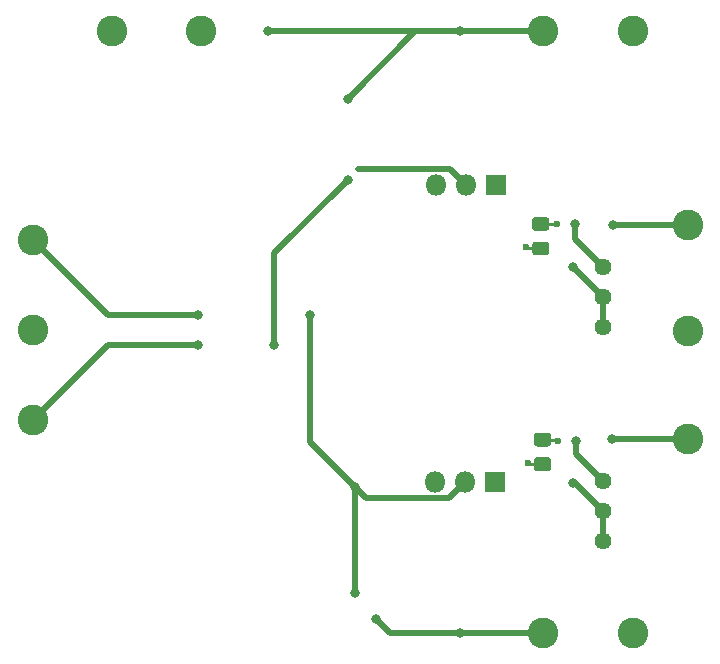
<source format=gbr>
G04 #@! TF.GenerationSoftware,KiCad,Pcbnew,(5.1.7-0-10_14)*
G04 #@! TF.CreationDate,2020-11-09T14:55:24+01:00*
G04 #@! TF.ProjectId,lv-lownoise-psu,6c762d6c-6f77-46e6-9f69-73652d707375,rev?*
G04 #@! TF.SameCoordinates,Original*
G04 #@! TF.FileFunction,Copper,L2,Bot*
G04 #@! TF.FilePolarity,Positive*
%FSLAX46Y46*%
G04 Gerber Fmt 4.6, Leading zero omitted, Abs format (unit mm)*
G04 Created by KiCad (PCBNEW (5.1.7-0-10_14)) date 2020-11-09 14:55:24*
%MOMM*%
%LPD*%
G01*
G04 APERTURE LIST*
G04 #@! TA.AperFunction,ComponentPad*
%ADD10C,2.600000*%
G04 #@! TD*
G04 #@! TA.AperFunction,ComponentPad*
%ADD11O,1.800000X1.800000*%
G04 #@! TD*
G04 #@! TA.AperFunction,ComponentPad*
%ADD12R,1.800000X1.800000*%
G04 #@! TD*
G04 #@! TA.AperFunction,ComponentPad*
%ADD13C,1.440000*%
G04 #@! TD*
G04 #@! TA.AperFunction,ViaPad*
%ADD14C,0.800000*%
G04 #@! TD*
G04 #@! TA.AperFunction,ViaPad*
%ADD15C,0.600000*%
G04 #@! TD*
G04 #@! TA.AperFunction,Conductor*
%ADD16C,0.500000*%
G04 #@! TD*
G04 #@! TA.AperFunction,Conductor*
%ADD17C,0.250000*%
G04 #@! TD*
G04 APERTURE END LIST*
D10*
X129540000Y-87884000D03*
X137160000Y-87884000D03*
X93091000Y-36957000D03*
X100584000Y-36957000D03*
X137160000Y-36957000D03*
X129540000Y-36957000D03*
D11*
X120459500Y-75120500D03*
X122999500Y-75120500D03*
D12*
X125539500Y-75120500D03*
D11*
X120523000Y-49974500D03*
X123063000Y-49974500D03*
D12*
X125603000Y-49974500D03*
D13*
X134670800Y-80137000D03*
X134670800Y-77597000D03*
X134670800Y-75057000D03*
X134620000Y-61976000D03*
X134620000Y-59436000D03*
X134620000Y-56896000D03*
D10*
X141859000Y-71501000D03*
X141859000Y-62357000D03*
X141859000Y-53340000D03*
X86360000Y-54610000D03*
X86360000Y-62230000D03*
X86360000Y-69850000D03*
G04 #@! TA.AperFunction,SMDPad,CuDef*
G36*
G01*
X130015000Y-72117800D02*
X129065000Y-72117800D01*
G75*
G02*
X128815000Y-71867800I0J250000D01*
G01*
X128815000Y-71192800D01*
G75*
G02*
X129065000Y-70942800I250000J0D01*
G01*
X130015000Y-70942800D01*
G75*
G02*
X130265000Y-71192800I0J-250000D01*
G01*
X130265000Y-71867800D01*
G75*
G02*
X130015000Y-72117800I-250000J0D01*
G01*
G37*
G04 #@! TD.AperFunction*
G04 #@! TA.AperFunction,SMDPad,CuDef*
G36*
G01*
X130015000Y-74192800D02*
X129065000Y-74192800D01*
G75*
G02*
X128815000Y-73942800I0J250000D01*
G01*
X128815000Y-73267800D01*
G75*
G02*
X129065000Y-73017800I250000J0D01*
G01*
X130015000Y-73017800D01*
G75*
G02*
X130265000Y-73267800I0J-250000D01*
G01*
X130265000Y-73942800D01*
G75*
G02*
X130015000Y-74192800I-250000J0D01*
G01*
G37*
G04 #@! TD.AperFunction*
G04 #@! TA.AperFunction,SMDPad,CuDef*
G36*
G01*
X128912600Y-54755200D02*
X129862600Y-54755200D01*
G75*
G02*
X130112600Y-55005200I0J-250000D01*
G01*
X130112600Y-55680200D01*
G75*
G02*
X129862600Y-55930200I-250000J0D01*
G01*
X128912600Y-55930200D01*
G75*
G02*
X128662600Y-55680200I0J250000D01*
G01*
X128662600Y-55005200D01*
G75*
G02*
X128912600Y-54755200I250000J0D01*
G01*
G37*
G04 #@! TD.AperFunction*
G04 #@! TA.AperFunction,SMDPad,CuDef*
G36*
G01*
X128912600Y-52680200D02*
X129862600Y-52680200D01*
G75*
G02*
X130112600Y-52930200I0J-250000D01*
G01*
X130112600Y-53605200D01*
G75*
G02*
X129862600Y-53855200I-250000J0D01*
G01*
X128912600Y-53855200D01*
G75*
G02*
X128662600Y-53605200I0J250000D01*
G01*
X128662600Y-52930200D01*
G75*
G02*
X128912600Y-52680200I250000J0D01*
G01*
G37*
G04 #@! TD.AperFunction*
D14*
X113030000Y-49530000D03*
X106807000Y-63500000D03*
X132296001Y-53302001D03*
X135509000Y-53340000D03*
D15*
X130791001Y-53302001D03*
D14*
X135382000Y-71501000D03*
X132334000Y-71628000D03*
D15*
X130890000Y-71628000D03*
D14*
X100330000Y-63500000D03*
X100330000Y-60960000D03*
X132130800Y-56896000D03*
X132130800Y-75209400D03*
D15*
X128171001Y-55202001D03*
X128270000Y-73528000D03*
D14*
X122555000Y-36957000D03*
X106283000Y-36957000D03*
X113031000Y-42696000D03*
X113665000Y-75565000D03*
X109855000Y-60960000D03*
X113665000Y-84493500D03*
X122555000Y-87884000D03*
X115443000Y-86741000D03*
D16*
X121712999Y-48624499D02*
X113935501Y-48624499D01*
X123063000Y-49974500D02*
X121712999Y-48624499D01*
X106807000Y-55753000D02*
X113030000Y-49530000D01*
X106807000Y-63500000D02*
X106807000Y-55753000D01*
D17*
X130756700Y-53267700D02*
X130791001Y-53302001D01*
X129387600Y-53267700D02*
X130756700Y-53267700D01*
D16*
X135509000Y-53340000D02*
X141859000Y-53340000D01*
X132296001Y-54572001D02*
X134620000Y-56896000D01*
X132296001Y-53302001D02*
X132296001Y-54572001D01*
X135382000Y-71501000D02*
X141859000Y-71501000D01*
X132334000Y-72720200D02*
X134670800Y-75057000D01*
X132334000Y-71628000D02*
X132334000Y-72720200D01*
D17*
X130792300Y-71530300D02*
X130890000Y-71628000D01*
X129540000Y-71530300D02*
X130792300Y-71530300D01*
D16*
X92710000Y-63500000D02*
X86360000Y-69850000D01*
X100330000Y-63500000D02*
X92710000Y-63500000D01*
X92710000Y-60960000D02*
X86360000Y-54610000D01*
X100330000Y-60960000D02*
X92710000Y-60960000D01*
X132130800Y-56946800D02*
X134620000Y-59436000D01*
X132130800Y-56896000D02*
X132130800Y-56946800D01*
X134620000Y-59436000D02*
X134620000Y-61976000D01*
X134670800Y-77597000D02*
X134670800Y-80137000D01*
X132283200Y-75209400D02*
X134670800Y-77597000D01*
X132130800Y-75209400D02*
X132283200Y-75209400D01*
D17*
X128311700Y-55342700D02*
X128171001Y-55202001D01*
X129387600Y-55342700D02*
X128311700Y-55342700D01*
X128347300Y-73605300D02*
X128270000Y-73528000D01*
X129540000Y-73605300D02*
X128347300Y-73605300D01*
D16*
X129540000Y-36957000D02*
X122555000Y-36957000D01*
X118770000Y-36957000D02*
X113031000Y-42696000D01*
X122555000Y-36957000D02*
X118770000Y-36957000D01*
X122555000Y-36957000D02*
X106283000Y-36957000D01*
X114570501Y-76470501D02*
X113665000Y-75565000D01*
X121649499Y-76470501D02*
X114570501Y-76470501D01*
X122999500Y-75120500D02*
X121649499Y-76470501D01*
X113538000Y-75692000D02*
X113665000Y-75565000D01*
X109855000Y-71755000D02*
X113665000Y-75565000D01*
X109855000Y-60960000D02*
X109855000Y-71755000D01*
X113665000Y-75565000D02*
X113665000Y-84493500D01*
X122555000Y-87884000D02*
X129540000Y-87884000D01*
X116586000Y-87884000D02*
X115443000Y-86741000D01*
X122555000Y-87884000D02*
X116586000Y-87884000D01*
M02*

</source>
